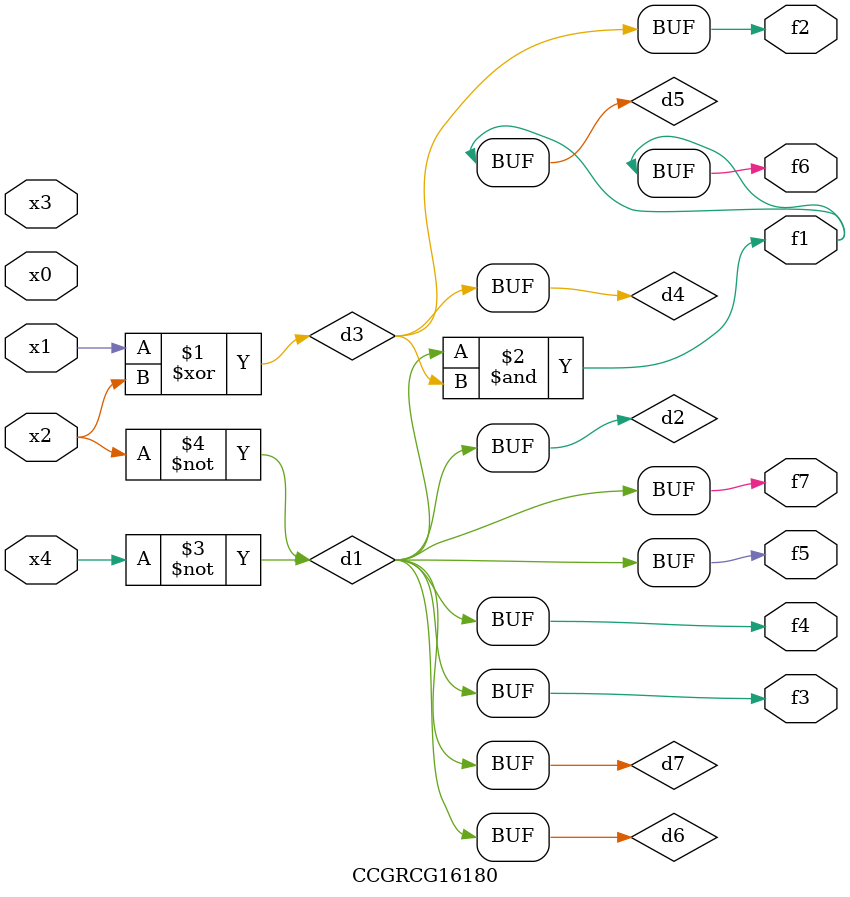
<source format=v>
module CCGRCG16180(
	input x0, x1, x2, x3, x4,
	output f1, f2, f3, f4, f5, f6, f7
);

	wire d1, d2, d3, d4, d5, d6, d7;

	not (d1, x4);
	not (d2, x2);
	xor (d3, x1, x2);
	buf (d4, d3);
	and (d5, d1, d3);
	buf (d6, d1, d2);
	buf (d7, d2);
	assign f1 = d5;
	assign f2 = d4;
	assign f3 = d7;
	assign f4 = d7;
	assign f5 = d7;
	assign f6 = d5;
	assign f7 = d7;
endmodule

</source>
